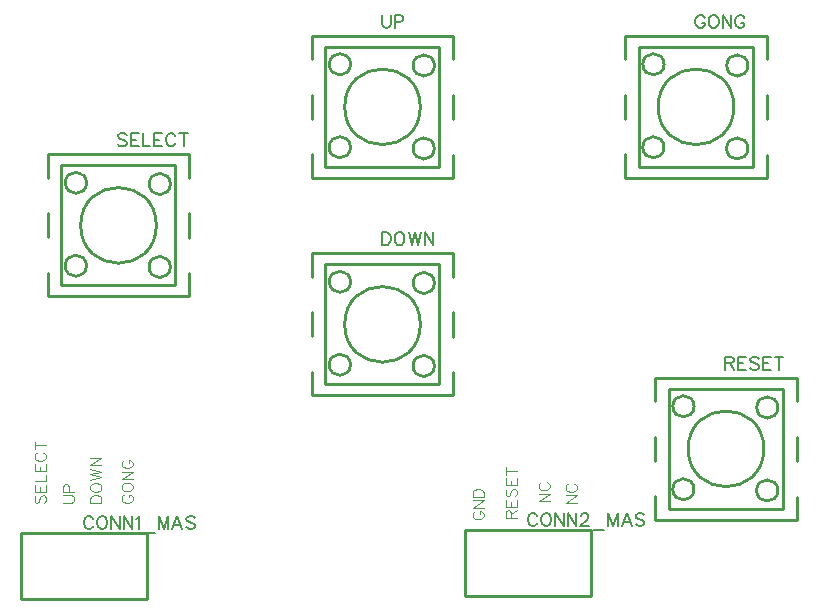
<source format=gto>
G04 Layer: TopSilkLayer*
G04 EasyEDA v6.4.19.5, 2021-06-10T14:33:20+08:00*
G04 ed129758da8a4c2b9aaecc33d375d10c,ce7df3decd3943efa2da757d0dc3e78d,10*
G04 Gerber Generator version 0.2*
G04 Scale: 100 percent, Rotated: No, Reflected: No *
G04 Dimensions in millimeters *
G04 leading zeros omitted , absolute positions ,4 integer and 5 decimal *
%FSLAX45Y45*%
%MOMM*%

%ADD10C,0.2540*%
%ADD14C,0.1000*%
%ADD15C,0.1524*%

%LPD*%
D14*
X1195323Y4496054D02*
G01*
X1186434Y4486910D01*
X1181862Y4473194D01*
X1181862Y4454905D01*
X1186434Y4441444D01*
X1195323Y4432300D01*
X1204468Y4432300D01*
X1213612Y4436871D01*
X1218184Y4441444D01*
X1222755Y4450587D01*
X1231900Y4477765D01*
X1236218Y4486910D01*
X1240789Y4491481D01*
X1249934Y4496054D01*
X1263650Y4496054D01*
X1272794Y4486910D01*
X1277365Y4473194D01*
X1277365Y4454905D01*
X1272794Y4441444D01*
X1263650Y4432300D01*
X1181862Y4526026D02*
G01*
X1277365Y4526026D01*
X1181862Y4526026D02*
G01*
X1181862Y4584954D01*
X1227328Y4526026D02*
G01*
X1227328Y4562347D01*
X1277365Y4526026D02*
G01*
X1277365Y4584954D01*
X1181862Y4614926D02*
G01*
X1277365Y4614926D01*
X1277365Y4614926D02*
G01*
X1277365Y4669536D01*
X1181862Y4699507D02*
G01*
X1277365Y4699507D01*
X1181862Y4699507D02*
G01*
X1181862Y4758689D01*
X1227328Y4699507D02*
G01*
X1227328Y4735829D01*
X1277365Y4699507D02*
G01*
X1277365Y4758689D01*
X1204468Y4856734D02*
G01*
X1195323Y4852415D01*
X1186434Y4843271D01*
X1181862Y4834128D01*
X1181862Y4815839D01*
X1186434Y4806950D01*
X1195323Y4797805D01*
X1204468Y4793234D01*
X1218184Y4788662D01*
X1240789Y4788662D01*
X1254505Y4793234D01*
X1263650Y4797805D01*
X1272794Y4806950D01*
X1277365Y4815839D01*
X1277365Y4834128D01*
X1272794Y4843271D01*
X1263650Y4852415D01*
X1254505Y4856734D01*
X1181862Y4918710D02*
G01*
X1277365Y4918710D01*
X1181862Y4886960D02*
G01*
X1181862Y4950460D01*
X1423162Y4432300D02*
G01*
X1491234Y4432300D01*
X1504950Y4436871D01*
X1514094Y4446015D01*
X1518665Y4459478D01*
X1518665Y4468621D01*
X1514094Y4482337D01*
X1504950Y4491481D01*
X1491234Y4496054D01*
X1423162Y4496054D01*
X1423162Y4526026D02*
G01*
X1518665Y4526026D01*
X1423162Y4526026D02*
G01*
X1423162Y4566920D01*
X1427734Y4580381D01*
X1432305Y4584954D01*
X1441195Y4589526D01*
X1454912Y4589526D01*
X1464055Y4584954D01*
X1468628Y4580381D01*
X1473200Y4566920D01*
X1473200Y4526026D01*
X1651762Y4432300D02*
G01*
X1747265Y4432300D01*
X1651762Y4432300D02*
G01*
X1651762Y4464050D01*
X1656334Y4477765D01*
X1665223Y4486910D01*
X1674368Y4491481D01*
X1688084Y4496054D01*
X1710689Y4496054D01*
X1724405Y4491481D01*
X1733550Y4486910D01*
X1742694Y4477765D01*
X1747265Y4464050D01*
X1747265Y4432300D01*
X1651762Y4553204D02*
G01*
X1656334Y4544060D01*
X1665223Y4534915D01*
X1674368Y4530597D01*
X1688084Y4526026D01*
X1710689Y4526026D01*
X1724405Y4530597D01*
X1733550Y4534915D01*
X1742694Y4544060D01*
X1747265Y4553204D01*
X1747265Y4571492D01*
X1742694Y4580381D01*
X1733550Y4589526D01*
X1724405Y4594097D01*
X1710689Y4598670D01*
X1688084Y4598670D01*
X1674368Y4594097D01*
X1665223Y4589526D01*
X1656334Y4580381D01*
X1651762Y4571492D01*
X1651762Y4553204D01*
X1651762Y4628642D02*
G01*
X1747265Y4651502D01*
X1651762Y4674107D02*
G01*
X1747265Y4651502D01*
X1651762Y4674107D02*
G01*
X1747265Y4696968D01*
X1651762Y4719573D02*
G01*
X1747265Y4696968D01*
X1651762Y4749545D02*
G01*
X1747265Y4749545D01*
X1651762Y4749545D02*
G01*
X1747265Y4813300D01*
X1651762Y4813300D02*
G01*
X1747265Y4813300D01*
X1941068Y4500371D02*
G01*
X1931924Y4496054D01*
X1923034Y4486910D01*
X1918462Y4477765D01*
X1918462Y4459478D01*
X1923034Y4450587D01*
X1931924Y4441444D01*
X1941068Y4436871D01*
X1954784Y4432300D01*
X1977390Y4432300D01*
X1991106Y4436871D01*
X2000250Y4441444D01*
X2009393Y4450587D01*
X2013965Y4459478D01*
X2013965Y4477765D01*
X2009393Y4486910D01*
X2000250Y4496054D01*
X1991106Y4500371D01*
X1977390Y4500371D01*
X1977390Y4477765D02*
G01*
X1977390Y4500371D01*
X1918462Y4557776D02*
G01*
X1923034Y4548631D01*
X1931924Y4539487D01*
X1941068Y4534915D01*
X1954784Y4530597D01*
X1977390Y4530597D01*
X1991106Y4534915D01*
X2000250Y4539487D01*
X2009393Y4548631D01*
X2013965Y4557776D01*
X2013965Y4575810D01*
X2009393Y4584954D01*
X2000250Y4594097D01*
X1991106Y4598670D01*
X1977390Y4603242D01*
X1954784Y4603242D01*
X1941068Y4598670D01*
X1931924Y4594097D01*
X1923034Y4584954D01*
X1918462Y4575810D01*
X1918462Y4557776D01*
X1918462Y4633213D02*
G01*
X2013965Y4633213D01*
X1918462Y4633213D02*
G01*
X2013965Y4696968D01*
X1918462Y4696968D02*
G01*
X2013965Y4696968D01*
X1941068Y4795012D02*
G01*
X1931924Y4790439D01*
X1923034Y4781295D01*
X1918462Y4772405D01*
X1918462Y4754118D01*
X1923034Y4744973D01*
X1931924Y4735829D01*
X1941068Y4731512D01*
X1954784Y4726939D01*
X1977390Y4726939D01*
X1991106Y4731512D01*
X2000250Y4735829D01*
X2009393Y4744973D01*
X2013965Y4754118D01*
X2013965Y4772405D01*
X2009393Y4781295D01*
X2000250Y4790439D01*
X1991106Y4795012D01*
X1977390Y4795012D01*
X1977390Y4772405D02*
G01*
X1977390Y4795012D01*
X4912868Y4360671D02*
G01*
X4903724Y4356354D01*
X4894834Y4347210D01*
X4890261Y4338065D01*
X4890261Y4319778D01*
X4894834Y4310887D01*
X4903724Y4301744D01*
X4912868Y4297171D01*
X4926584Y4292600D01*
X4949190Y4292600D01*
X4962906Y4297171D01*
X4972050Y4301744D01*
X4981193Y4310887D01*
X4985765Y4319778D01*
X4985765Y4338065D01*
X4981193Y4347210D01*
X4972050Y4356354D01*
X4962906Y4360671D01*
X4949190Y4360671D01*
X4949190Y4338065D02*
G01*
X4949190Y4360671D01*
X4890261Y4390897D02*
G01*
X4985765Y4390897D01*
X4890261Y4390897D02*
G01*
X4985765Y4454397D01*
X4890261Y4454397D02*
G01*
X4985765Y4454397D01*
X4890261Y4484370D02*
G01*
X4985765Y4484370D01*
X4890261Y4484370D02*
G01*
X4890261Y4516120D01*
X4894834Y4529836D01*
X4903724Y4538979D01*
X4912868Y4543552D01*
X4926584Y4548123D01*
X4949190Y4548123D01*
X4962906Y4543552D01*
X4972050Y4538979D01*
X4981193Y4529836D01*
X4985765Y4516120D01*
X4985765Y4484370D01*
X5169661Y4305300D02*
G01*
X5265165Y4305300D01*
X5169661Y4305300D02*
G01*
X5169661Y4346194D01*
X5174234Y4359910D01*
X5178806Y4364481D01*
X5187695Y4369054D01*
X5196840Y4369054D01*
X5205984Y4364481D01*
X5210556Y4359910D01*
X5215127Y4346194D01*
X5215127Y4305300D01*
X5215127Y4337050D02*
G01*
X5265165Y4369054D01*
X5169661Y4399026D02*
G01*
X5265165Y4399026D01*
X5169661Y4399026D02*
G01*
X5169661Y4457954D01*
X5215127Y4399026D02*
G01*
X5215127Y4435347D01*
X5265165Y4399026D02*
G01*
X5265165Y4457954D01*
X5183124Y4551679D02*
G01*
X5174234Y4542536D01*
X5169661Y4528820D01*
X5169661Y4510786D01*
X5174234Y4497070D01*
X5183124Y4487926D01*
X5192268Y4487926D01*
X5201411Y4492497D01*
X5205984Y4497070D01*
X5210556Y4506213D01*
X5219700Y4533392D01*
X5224018Y4542536D01*
X5228590Y4547107D01*
X5237734Y4551679D01*
X5251450Y4551679D01*
X5260593Y4542536D01*
X5265165Y4528820D01*
X5265165Y4510786D01*
X5260593Y4497070D01*
X5251450Y4487926D01*
X5169661Y4581652D02*
G01*
X5265165Y4581652D01*
X5169661Y4581652D02*
G01*
X5169661Y4640834D01*
X5215127Y4581652D02*
G01*
X5215127Y4617973D01*
X5265165Y4581652D02*
G01*
X5265165Y4640834D01*
X5169661Y4702555D02*
G01*
X5265165Y4702555D01*
X5169661Y4670805D02*
G01*
X5169661Y4734305D01*
X5449061Y4445000D02*
G01*
X5544565Y4445000D01*
X5449061Y4445000D02*
G01*
X5544565Y4508754D01*
X5449061Y4508754D02*
G01*
X5544565Y4508754D01*
X5471668Y4606797D02*
G01*
X5462524Y4602226D01*
X5453634Y4593081D01*
X5449061Y4584192D01*
X5449061Y4565904D01*
X5453634Y4556760D01*
X5462524Y4547615D01*
X5471668Y4543297D01*
X5485384Y4538726D01*
X5507990Y4538726D01*
X5521706Y4543297D01*
X5530850Y4547615D01*
X5539993Y4556760D01*
X5544565Y4565904D01*
X5544565Y4584192D01*
X5539993Y4593081D01*
X5530850Y4602226D01*
X5521706Y4606797D01*
X5677661Y4432300D02*
G01*
X5773165Y4432300D01*
X5677661Y4432300D02*
G01*
X5773165Y4496054D01*
X5677661Y4496054D02*
G01*
X5773165Y4496054D01*
X5700268Y4594097D02*
G01*
X5691124Y4589526D01*
X5682234Y4580381D01*
X5677661Y4571492D01*
X5677661Y4553204D01*
X5682234Y4544060D01*
X5691124Y4534915D01*
X5700268Y4530597D01*
X5713984Y4526026D01*
X5736590Y4526026D01*
X5750306Y4530597D01*
X5759450Y4534915D01*
X5768593Y4544060D01*
X5773165Y4553204D01*
X5773165Y4571492D01*
X5768593Y4580381D01*
X5759450Y4589526D01*
X5750306Y4594097D01*
D15*
X5437377Y4318507D02*
G01*
X5432043Y4328921D01*
X5421629Y4339336D01*
X5411470Y4344415D01*
X5390641Y4344415D01*
X5380227Y4339336D01*
X5369813Y4328921D01*
X5364479Y4318507D01*
X5359400Y4302760D01*
X5359400Y4276852D01*
X5364479Y4261357D01*
X5369813Y4250944D01*
X5380227Y4240529D01*
X5390641Y4235450D01*
X5411470Y4235450D01*
X5421629Y4240529D01*
X5432043Y4250944D01*
X5437377Y4261357D01*
X5502909Y4344415D02*
G01*
X5492495Y4339336D01*
X5482081Y4328921D01*
X5476747Y4318507D01*
X5471668Y4302760D01*
X5471668Y4276852D01*
X5476747Y4261357D01*
X5482081Y4250944D01*
X5492495Y4240529D01*
X5502909Y4235450D01*
X5523484Y4235450D01*
X5533897Y4240529D01*
X5544311Y4250944D01*
X5549645Y4261357D01*
X5554725Y4276852D01*
X5554725Y4302760D01*
X5549645Y4318507D01*
X5544311Y4328921D01*
X5533897Y4339336D01*
X5523484Y4344415D01*
X5502909Y4344415D01*
X5589015Y4344415D02*
G01*
X5589015Y4235450D01*
X5589015Y4344415D02*
G01*
X5661659Y4235450D01*
X5661659Y4344415D02*
G01*
X5661659Y4235450D01*
X5695950Y4344415D02*
G01*
X5695950Y4235450D01*
X5695950Y4344415D02*
G01*
X5768847Y4235450D01*
X5768847Y4344415D02*
G01*
X5768847Y4235450D01*
X5808218Y4318507D02*
G01*
X5808218Y4323587D01*
X5813552Y4334002D01*
X5818631Y4339336D01*
X5829045Y4344415D01*
X5849874Y4344415D01*
X5860288Y4339336D01*
X5865368Y4334002D01*
X5870702Y4323587D01*
X5870702Y4313173D01*
X5865368Y4302760D01*
X5854954Y4287265D01*
X5803138Y4235450D01*
X5875781Y4235450D01*
X5910072Y4198873D02*
G01*
X6003543Y4198873D01*
X6037834Y4344415D02*
G01*
X6037834Y4235450D01*
X6037834Y4344415D02*
G01*
X6079490Y4235450D01*
X6121145Y4344415D02*
G01*
X6079490Y4235450D01*
X6121145Y4344415D02*
G01*
X6121145Y4235450D01*
X6196838Y4344415D02*
G01*
X6155436Y4235450D01*
X6196838Y4344415D02*
G01*
X6238493Y4235450D01*
X6170929Y4271771D02*
G01*
X6223000Y4271771D01*
X6345427Y4328921D02*
G01*
X6335013Y4339336D01*
X6319520Y4344415D01*
X6298691Y4344415D01*
X6283197Y4339336D01*
X6272784Y4328921D01*
X6272784Y4318507D01*
X6277863Y4308094D01*
X6283197Y4302760D01*
X6293611Y4297679D01*
X6324600Y4287265D01*
X6335013Y4282186D01*
X6340347Y4276852D01*
X6345427Y4266437D01*
X6345427Y4250944D01*
X6335013Y4240529D01*
X6319520Y4235450D01*
X6298691Y4235450D01*
X6283197Y4240529D01*
X6272784Y4250944D01*
X1678178Y4293107D02*
G01*
X1672844Y4303521D01*
X1662429Y4313936D01*
X1652270Y4319015D01*
X1631442Y4319015D01*
X1621028Y4313936D01*
X1610613Y4303521D01*
X1605279Y4293107D01*
X1600200Y4277360D01*
X1600200Y4251452D01*
X1605279Y4235957D01*
X1610613Y4225544D01*
X1621028Y4215129D01*
X1631442Y4210050D01*
X1652270Y4210050D01*
X1662429Y4215129D01*
X1672844Y4225544D01*
X1678178Y4235957D01*
X1743710Y4319015D02*
G01*
X1733295Y4313936D01*
X1722881Y4303521D01*
X1717547Y4293107D01*
X1712468Y4277360D01*
X1712468Y4251452D01*
X1717547Y4235957D01*
X1722881Y4225544D01*
X1733295Y4215129D01*
X1743710Y4210050D01*
X1764284Y4210050D01*
X1774697Y4215129D01*
X1785112Y4225544D01*
X1790445Y4235957D01*
X1795526Y4251452D01*
X1795526Y4277360D01*
X1790445Y4293107D01*
X1785112Y4303521D01*
X1774697Y4313936D01*
X1764284Y4319015D01*
X1743710Y4319015D01*
X1829815Y4319015D02*
G01*
X1829815Y4210050D01*
X1829815Y4319015D02*
G01*
X1902460Y4210050D01*
X1902460Y4319015D02*
G01*
X1902460Y4210050D01*
X1936750Y4319015D02*
G01*
X1936750Y4210050D01*
X1936750Y4319015D02*
G01*
X2009647Y4210050D01*
X2009647Y4319015D02*
G01*
X2009647Y4210050D01*
X2043938Y4298187D02*
G01*
X2054352Y4303521D01*
X2069845Y4319015D01*
X2069845Y4210050D01*
X2104136Y4173473D02*
G01*
X2197608Y4173473D01*
X2231897Y4319015D02*
G01*
X2231897Y4210050D01*
X2231897Y4319015D02*
G01*
X2273554Y4210050D01*
X2315209Y4319015D02*
G01*
X2273554Y4210050D01*
X2315209Y4319015D02*
G01*
X2315209Y4210050D01*
X2390902Y4319015D02*
G01*
X2349500Y4210050D01*
X2390902Y4319015D02*
G01*
X2432558Y4210050D01*
X2364993Y4246371D02*
G01*
X2416809Y4246371D01*
X2539491Y4303521D02*
G01*
X2529077Y4313936D01*
X2513584Y4319015D01*
X2492756Y4319015D01*
X2477261Y4313936D01*
X2466847Y4303521D01*
X2466847Y4293107D01*
X2471927Y4282694D01*
X2477261Y4277360D01*
X2487675Y4272279D01*
X2518663Y4261865D01*
X2529077Y4256786D01*
X2534411Y4251452D01*
X2539491Y4241037D01*
X2539491Y4225544D01*
X2529077Y4215129D01*
X2513584Y4210050D01*
X2492756Y4210050D01*
X2477261Y4215129D01*
X2466847Y4225544D01*
X1960740Y7544422D02*
G01*
X1950326Y7554836D01*
X1934832Y7559916D01*
X1914004Y7559916D01*
X1898510Y7554836D01*
X1888096Y7544422D01*
X1888096Y7534008D01*
X1893176Y7523594D01*
X1898510Y7518260D01*
X1908924Y7513180D01*
X1940166Y7502766D01*
X1950326Y7497686D01*
X1955660Y7492352D01*
X1960740Y7481938D01*
X1960740Y7466444D01*
X1950326Y7456030D01*
X1934832Y7450950D01*
X1914004Y7450950D01*
X1898510Y7456030D01*
X1888096Y7466444D01*
X1995030Y7559916D02*
G01*
X1995030Y7450950D01*
X1995030Y7559916D02*
G01*
X2062594Y7559916D01*
X1995030Y7508100D02*
G01*
X2036686Y7508100D01*
X1995030Y7450950D02*
G01*
X2062594Y7450950D01*
X2096884Y7559916D02*
G01*
X2096884Y7450950D01*
X2096884Y7450950D02*
G01*
X2159368Y7450950D01*
X2193658Y7559916D02*
G01*
X2193658Y7450950D01*
X2193658Y7559916D02*
G01*
X2261222Y7559916D01*
X2193658Y7508100D02*
G01*
X2235060Y7508100D01*
X2193658Y7450950D02*
G01*
X2261222Y7450950D01*
X2373236Y7534008D02*
G01*
X2368156Y7544422D01*
X2357742Y7554836D01*
X2347328Y7559916D01*
X2326500Y7559916D01*
X2316086Y7554836D01*
X2305926Y7544422D01*
X2300592Y7534008D01*
X2295512Y7518260D01*
X2295512Y7492352D01*
X2300592Y7476858D01*
X2305926Y7466444D01*
X2316086Y7456030D01*
X2326500Y7450950D01*
X2347328Y7450950D01*
X2357742Y7456030D01*
X2368156Y7466444D01*
X2373236Y7476858D01*
X2444102Y7559916D02*
G01*
X2444102Y7450950D01*
X2407526Y7559916D02*
G01*
X2480424Y7559916D01*
X4123296Y6721716D02*
G01*
X4123296Y6612750D01*
X4123296Y6721716D02*
G01*
X4159618Y6721716D01*
X4175366Y6716636D01*
X4185526Y6706222D01*
X4190860Y6695808D01*
X4195940Y6680060D01*
X4195940Y6654152D01*
X4190860Y6638658D01*
X4185526Y6628244D01*
X4175366Y6617830D01*
X4159618Y6612750D01*
X4123296Y6612750D01*
X4261472Y6721716D02*
G01*
X4251058Y6716636D01*
X4240644Y6706222D01*
X4235564Y6695808D01*
X4230230Y6680060D01*
X4230230Y6654152D01*
X4235564Y6638658D01*
X4240644Y6628244D01*
X4251058Y6617830D01*
X4261472Y6612750D01*
X4282300Y6612750D01*
X4292714Y6617830D01*
X4303128Y6628244D01*
X4308208Y6638658D01*
X4313542Y6654152D01*
X4313542Y6680060D01*
X4308208Y6695808D01*
X4303128Y6706222D01*
X4292714Y6716636D01*
X4282300Y6721716D01*
X4261472Y6721716D01*
X4347832Y6721716D02*
G01*
X4373740Y6612750D01*
X4399648Y6721716D02*
G01*
X4373740Y6612750D01*
X4399648Y6721716D02*
G01*
X4425556Y6612750D01*
X4451718Y6721716D02*
G01*
X4425556Y6612750D01*
X4486008Y6721716D02*
G01*
X4486008Y6612750D01*
X4486008Y6721716D02*
G01*
X4558652Y6612750D01*
X4558652Y6721716D02*
G01*
X4558652Y6612750D01*
X4123296Y8563216D02*
G01*
X4123296Y8485238D01*
X4128376Y8469744D01*
X4138790Y8459330D01*
X4154538Y8454250D01*
X4164952Y8454250D01*
X4180446Y8459330D01*
X4190860Y8469744D01*
X4195940Y8485238D01*
X4195940Y8563216D01*
X4230230Y8563216D02*
G01*
X4230230Y8454250D01*
X4230230Y8563216D02*
G01*
X4276966Y8563216D01*
X4292714Y8558136D01*
X4297794Y8552802D01*
X4303128Y8542388D01*
X4303128Y8526894D01*
X4297794Y8516480D01*
X4292714Y8511400D01*
X4276966Y8506066D01*
X4230230Y8506066D01*
X6855574Y8537308D02*
G01*
X6850240Y8547722D01*
X6839826Y8558136D01*
X6829666Y8563216D01*
X6808838Y8563216D01*
X6798424Y8558136D01*
X6788010Y8547722D01*
X6782676Y8537308D01*
X6777596Y8521560D01*
X6777596Y8495652D01*
X6782676Y8480158D01*
X6788010Y8469744D01*
X6798424Y8459330D01*
X6808838Y8454250D01*
X6829666Y8454250D01*
X6839826Y8459330D01*
X6850240Y8469744D01*
X6855574Y8480158D01*
X6855574Y8495652D01*
X6829666Y8495652D02*
G01*
X6855574Y8495652D01*
X6921106Y8563216D02*
G01*
X6910692Y8558136D01*
X6900278Y8547722D01*
X6894944Y8537308D01*
X6889864Y8521560D01*
X6889864Y8495652D01*
X6894944Y8480158D01*
X6900278Y8469744D01*
X6910692Y8459330D01*
X6921106Y8454250D01*
X6941680Y8454250D01*
X6952094Y8459330D01*
X6962508Y8469744D01*
X6967842Y8480158D01*
X6972922Y8495652D01*
X6972922Y8521560D01*
X6967842Y8537308D01*
X6962508Y8547722D01*
X6952094Y8558136D01*
X6941680Y8563216D01*
X6921106Y8563216D01*
X7007212Y8563216D02*
G01*
X7007212Y8454250D01*
X7007212Y8563216D02*
G01*
X7079856Y8454250D01*
X7079856Y8563216D02*
G01*
X7079856Y8454250D01*
X7192124Y8537308D02*
G01*
X7187044Y8547722D01*
X7176630Y8558136D01*
X7166216Y8563216D01*
X7145388Y8563216D01*
X7134974Y8558136D01*
X7124560Y8547722D01*
X7119480Y8537308D01*
X7114146Y8521560D01*
X7114146Y8495652D01*
X7119480Y8480158D01*
X7124560Y8469744D01*
X7134974Y8459330D01*
X7145388Y8454250D01*
X7166216Y8454250D01*
X7176630Y8459330D01*
X7187044Y8469744D01*
X7192124Y8480158D01*
X7192124Y8495652D01*
X7166216Y8495652D02*
G01*
X7192124Y8495652D01*
X7031596Y5667616D02*
G01*
X7031596Y5558650D01*
X7031596Y5667616D02*
G01*
X7078332Y5667616D01*
X7093826Y5662536D01*
X7099160Y5657202D01*
X7104240Y5646788D01*
X7104240Y5636374D01*
X7099160Y5625960D01*
X7093826Y5620880D01*
X7078332Y5615800D01*
X7031596Y5615800D01*
X7067918Y5615800D02*
G01*
X7104240Y5558650D01*
X7138530Y5667616D02*
G01*
X7138530Y5558650D01*
X7138530Y5667616D02*
G01*
X7206094Y5667616D01*
X7138530Y5615800D02*
G01*
X7180186Y5615800D01*
X7138530Y5558650D02*
G01*
X7206094Y5558650D01*
X7313282Y5652122D02*
G01*
X7302868Y5662536D01*
X7287120Y5667616D01*
X7266546Y5667616D01*
X7250798Y5662536D01*
X7240384Y5652122D01*
X7240384Y5641708D01*
X7245718Y5631294D01*
X7250798Y5625960D01*
X7261212Y5620880D01*
X7292454Y5610466D01*
X7302868Y5605386D01*
X7307948Y5600052D01*
X7313282Y5589638D01*
X7313282Y5574144D01*
X7302868Y5563730D01*
X7287120Y5558650D01*
X7266546Y5558650D01*
X7250798Y5563730D01*
X7240384Y5574144D01*
X7347572Y5667616D02*
G01*
X7347572Y5558650D01*
X7347572Y5667616D02*
G01*
X7415136Y5667616D01*
X7347572Y5615800D02*
G01*
X7388974Y5615800D01*
X7347572Y5558650D02*
G01*
X7415136Y5558650D01*
X7485748Y5667616D02*
G01*
X7485748Y5558650D01*
X7449426Y5667616D02*
G01*
X7522070Y5667616D01*
D10*
X4826000Y3771900D02*
G01*
X4826000Y3644900D01*
X5892800Y3644900D01*
X5892800Y4203700D01*
X4826000Y4203700D01*
X4826000Y3771900D01*
X1066800Y3746500D02*
G01*
X1066800Y3619500D01*
X2133600Y3619500D01*
X2133600Y4178300D01*
X1066800Y4178300D01*
X1066800Y3746500D01*
X1409700Y7289800D02*
G01*
X2374900Y7289800D01*
X2374900Y6273800D01*
X1409700Y6273800D01*
X1409700Y7289800D01*
X1292349Y7183475D02*
G01*
X1292349Y7381750D01*
X1292349Y7381750D02*
G01*
X2492250Y7381750D01*
X2492250Y7381750D02*
G01*
X2492250Y7184278D01*
X2492250Y6884847D02*
G01*
X2492250Y6677837D01*
X2492250Y6375671D02*
G01*
X2492250Y6181849D01*
X2492250Y6181849D02*
G01*
X1292349Y6181849D01*
X1292349Y6181849D02*
G01*
X1292349Y6379321D01*
X1292349Y6679041D02*
G01*
X1292349Y6884055D01*
X3644900Y6451600D02*
G01*
X4610100Y6451600D01*
X4610100Y5435600D01*
X3644900Y5435600D01*
X3644900Y6451600D01*
X3527549Y6345275D02*
G01*
X3527549Y6543550D01*
X3527549Y6543550D02*
G01*
X4727450Y6543550D01*
X4727450Y6543550D02*
G01*
X4727450Y6346078D01*
X4727450Y6046647D02*
G01*
X4727450Y5839637D01*
X4727450Y5537471D02*
G01*
X4727450Y5343649D01*
X4727450Y5343649D02*
G01*
X3527549Y5343649D01*
X3527549Y5343649D02*
G01*
X3527549Y5541121D01*
X3527549Y5840841D02*
G01*
X3527549Y6045855D01*
X3644900Y8293100D02*
G01*
X4610100Y8293100D01*
X4610100Y7277100D01*
X3644900Y7277100D01*
X3644900Y8293100D01*
X3527549Y8186775D02*
G01*
X3527549Y8385050D01*
X3527549Y8385050D02*
G01*
X4727450Y8385050D01*
X4727450Y8385050D02*
G01*
X4727450Y8187578D01*
X4727450Y7888147D02*
G01*
X4727450Y7681137D01*
X4727450Y7378971D02*
G01*
X4727450Y7185149D01*
X4727450Y7185149D02*
G01*
X3527549Y7185149D01*
X3527549Y7185149D02*
G01*
X3527549Y7382621D01*
X3527549Y7682341D02*
G01*
X3527549Y7887355D01*
X6299200Y8293100D02*
G01*
X7264400Y8293100D01*
X7264400Y7277100D01*
X6299200Y7277100D01*
X6299200Y8293100D01*
X6181849Y8186775D02*
G01*
X6181849Y8385050D01*
X6181849Y8385050D02*
G01*
X7381750Y8385050D01*
X7381750Y8385050D02*
G01*
X7381750Y8187578D01*
X7381750Y7888147D02*
G01*
X7381750Y7681137D01*
X7381750Y7378971D02*
G01*
X7381750Y7185149D01*
X7381750Y7185149D02*
G01*
X6181849Y7185149D01*
X6181849Y7185149D02*
G01*
X6181849Y7382621D01*
X6181849Y7682341D02*
G01*
X6181849Y7887355D01*
X6553200Y5397500D02*
G01*
X7518400Y5397500D01*
X7518400Y4381500D01*
X6553200Y4381500D01*
X6553200Y5397500D01*
X6435849Y5291175D02*
G01*
X6435849Y5489450D01*
X6435849Y5489450D02*
G01*
X7635750Y5489450D01*
X7635750Y5489450D02*
G01*
X7635750Y5291978D01*
X7635750Y4992547D02*
G01*
X7635750Y4785537D01*
X7635750Y4483371D02*
G01*
X7635750Y4289549D01*
X7635750Y4289549D02*
G01*
X6435849Y4289549D01*
X6435849Y4289549D02*
G01*
X6435849Y4487021D01*
X6435849Y4786741D02*
G01*
X6435849Y4991755D01*
G75*
G01
X1621295Y6439446D02*
G03X1621295Y6439446I-90145J0D01*
G75*
G01
X2331377Y6429337D02*
G03X2331377Y6429337I-90145J0D01*
G75*
G01
X1622361Y7141908D02*
G03X1622361Y7141908I-90145J0D01*
G75*
G01
X2332469Y7131774D02*
G03X2332469Y7131774I-90145J0D01*
G75*
G01
X2212683Y6781635D02*
G03X2212683Y6781635I-320167J0D01*
G75*
G01
X3856495Y5601246D02*
G03X3856495Y5601246I-90145J0D01*
G75*
G01
X4566577Y5591137D02*
G03X4566577Y5591137I-90145J0D01*
G75*
G01
X3857562Y6303708D02*
G03X3857562Y6303708I-90145J0D01*
G75*
G01
X4567669Y6293574D02*
G03X4567669Y6293574I-90145J0D01*
G75*
G01
X4447883Y5943435D02*
G03X4447883Y5943435I-320167J0D01*
G75*
G01
X3856495Y7442746D02*
G03X3856495Y7442746I-90145J0D01*
G75*
G01
X4566577Y7432637D02*
G03X4566577Y7432637I-90145J0D01*
G75*
G01
X3857562Y8145208D02*
G03X3857562Y8145208I-90145J0D01*
G75*
G01
X4567669Y8135074D02*
G03X4567669Y8135074I-90145J0D01*
G75*
G01
X4447883Y7784935D02*
G03X4447883Y7784935I-320167J0D01*
G75*
G01
X6510795Y7442746D02*
G03X6510795Y7442746I-90145J0D01*
G75*
G01
X7220877Y7432637D02*
G03X7220877Y7432637I-90145J0D01*
G75*
G01
X6511862Y8145208D02*
G03X6511862Y8145208I-90145J0D01*
G75*
G01
X7221969Y8135074D02*
G03X7221969Y8135074I-90145J0D01*
G75*
G01
X7102183Y7784935D02*
G03X7102183Y7784935I-320167J0D01*
G75*
G01
X6764795Y4547146D02*
G03X6764795Y4547146I-90145J0D01*
G75*
G01
X7474877Y4537037D02*
G03X7474877Y4537037I-90145J0D01*
G75*
G01
X6765862Y5249608D02*
G03X6765862Y5249608I-90145J0D01*
G75*
G01
X7475969Y5239474D02*
G03X7475969Y5239474I-90145J0D01*
G75*
G01
X7356183Y4889335D02*
G03X7356183Y4889335I-320167J0D01*
M02*

</source>
